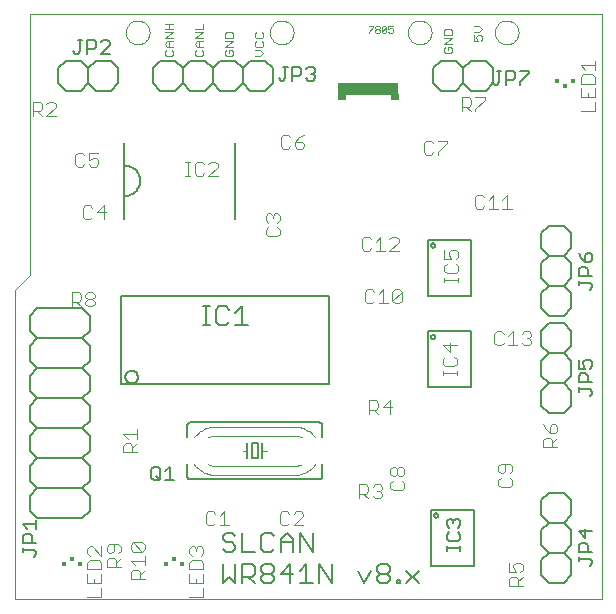
<source format=gto>
G75*
%MOIN*%
%OFA0B0*%
%FSLAX24Y24*%
%IPPOS*%
%LPD*%
%AMOC8*
5,1,8,0,0,1.08239X$1,22.5*
%
%ADD10C,0.0000*%
%ADD11C,0.0060*%
%ADD12C,0.0030*%
%ADD13C,0.0070*%
%ADD14C,0.0020*%
%ADD15C,0.0050*%
%ADD16C,0.0040*%
%ADD17C,0.0080*%
%ADD18C,0.0010*%
%ADD19R,0.2047X0.0394*%
%ADD20R,0.0276X0.0197*%
%ADD21R,0.0128X0.0167*%
%ADD22R,0.0138X0.0138*%
D10*
X000380Y000380D02*
X000380Y010680D01*
X000880Y011180D01*
X000880Y019876D01*
X019950Y019876D01*
X019950Y000380D01*
X000380Y000380D01*
X004086Y019280D02*
X004088Y019319D01*
X004094Y019358D01*
X004104Y019396D01*
X004117Y019433D01*
X004134Y019468D01*
X004154Y019502D01*
X004178Y019533D01*
X004205Y019562D01*
X004234Y019588D01*
X004266Y019611D01*
X004300Y019631D01*
X004336Y019647D01*
X004373Y019659D01*
X004412Y019668D01*
X004451Y019673D01*
X004490Y019674D01*
X004529Y019671D01*
X004568Y019664D01*
X004605Y019653D01*
X004642Y019639D01*
X004677Y019621D01*
X004710Y019600D01*
X004741Y019575D01*
X004769Y019548D01*
X004794Y019518D01*
X004816Y019485D01*
X004835Y019451D01*
X004850Y019415D01*
X004862Y019377D01*
X004870Y019339D01*
X004874Y019300D01*
X004874Y019260D01*
X004870Y019221D01*
X004862Y019183D01*
X004850Y019145D01*
X004835Y019109D01*
X004816Y019075D01*
X004794Y019042D01*
X004769Y019012D01*
X004741Y018985D01*
X004710Y018960D01*
X004677Y018939D01*
X004642Y018921D01*
X004605Y018907D01*
X004568Y018896D01*
X004529Y018889D01*
X004490Y018886D01*
X004451Y018887D01*
X004412Y018892D01*
X004373Y018901D01*
X004336Y018913D01*
X004300Y018929D01*
X004266Y018949D01*
X004234Y018972D01*
X004205Y018998D01*
X004178Y019027D01*
X004154Y019058D01*
X004134Y019092D01*
X004117Y019127D01*
X004104Y019164D01*
X004094Y019202D01*
X004088Y019241D01*
X004086Y019280D01*
X008886Y019280D02*
X008888Y019319D01*
X008894Y019358D01*
X008904Y019396D01*
X008917Y019433D01*
X008934Y019468D01*
X008954Y019502D01*
X008978Y019533D01*
X009005Y019562D01*
X009034Y019588D01*
X009066Y019611D01*
X009100Y019631D01*
X009136Y019647D01*
X009173Y019659D01*
X009212Y019668D01*
X009251Y019673D01*
X009290Y019674D01*
X009329Y019671D01*
X009368Y019664D01*
X009405Y019653D01*
X009442Y019639D01*
X009477Y019621D01*
X009510Y019600D01*
X009541Y019575D01*
X009569Y019548D01*
X009594Y019518D01*
X009616Y019485D01*
X009635Y019451D01*
X009650Y019415D01*
X009662Y019377D01*
X009670Y019339D01*
X009674Y019300D01*
X009674Y019260D01*
X009670Y019221D01*
X009662Y019183D01*
X009650Y019145D01*
X009635Y019109D01*
X009616Y019075D01*
X009594Y019042D01*
X009569Y019012D01*
X009541Y018985D01*
X009510Y018960D01*
X009477Y018939D01*
X009442Y018921D01*
X009405Y018907D01*
X009368Y018896D01*
X009329Y018889D01*
X009290Y018886D01*
X009251Y018887D01*
X009212Y018892D01*
X009173Y018901D01*
X009136Y018913D01*
X009100Y018929D01*
X009066Y018949D01*
X009034Y018972D01*
X009005Y018998D01*
X008978Y019027D01*
X008954Y019058D01*
X008934Y019092D01*
X008917Y019127D01*
X008904Y019164D01*
X008894Y019202D01*
X008888Y019241D01*
X008886Y019280D01*
X013486Y019280D02*
X013488Y019319D01*
X013494Y019358D01*
X013504Y019396D01*
X013517Y019433D01*
X013534Y019468D01*
X013554Y019502D01*
X013578Y019533D01*
X013605Y019562D01*
X013634Y019588D01*
X013666Y019611D01*
X013700Y019631D01*
X013736Y019647D01*
X013773Y019659D01*
X013812Y019668D01*
X013851Y019673D01*
X013890Y019674D01*
X013929Y019671D01*
X013968Y019664D01*
X014005Y019653D01*
X014042Y019639D01*
X014077Y019621D01*
X014110Y019600D01*
X014141Y019575D01*
X014169Y019548D01*
X014194Y019518D01*
X014216Y019485D01*
X014235Y019451D01*
X014250Y019415D01*
X014262Y019377D01*
X014270Y019339D01*
X014274Y019300D01*
X014274Y019260D01*
X014270Y019221D01*
X014262Y019183D01*
X014250Y019145D01*
X014235Y019109D01*
X014216Y019075D01*
X014194Y019042D01*
X014169Y019012D01*
X014141Y018985D01*
X014110Y018960D01*
X014077Y018939D01*
X014042Y018921D01*
X014005Y018907D01*
X013968Y018896D01*
X013929Y018889D01*
X013890Y018886D01*
X013851Y018887D01*
X013812Y018892D01*
X013773Y018901D01*
X013736Y018913D01*
X013700Y018929D01*
X013666Y018949D01*
X013634Y018972D01*
X013605Y018998D01*
X013578Y019027D01*
X013554Y019058D01*
X013534Y019092D01*
X013517Y019127D01*
X013504Y019164D01*
X013494Y019202D01*
X013488Y019241D01*
X013486Y019280D01*
X016386Y019280D02*
X016388Y019319D01*
X016394Y019358D01*
X016404Y019396D01*
X016417Y019433D01*
X016434Y019468D01*
X016454Y019502D01*
X016478Y019533D01*
X016505Y019562D01*
X016534Y019588D01*
X016566Y019611D01*
X016600Y019631D01*
X016636Y019647D01*
X016673Y019659D01*
X016712Y019668D01*
X016751Y019673D01*
X016790Y019674D01*
X016829Y019671D01*
X016868Y019664D01*
X016905Y019653D01*
X016942Y019639D01*
X016977Y019621D01*
X017010Y019600D01*
X017041Y019575D01*
X017069Y019548D01*
X017094Y019518D01*
X017116Y019485D01*
X017135Y019451D01*
X017150Y019415D01*
X017162Y019377D01*
X017170Y019339D01*
X017174Y019300D01*
X017174Y019260D01*
X017170Y019221D01*
X017162Y019183D01*
X017150Y019145D01*
X017135Y019109D01*
X017116Y019075D01*
X017094Y019042D01*
X017069Y019012D01*
X017041Y018985D01*
X017010Y018960D01*
X016977Y018939D01*
X016942Y018921D01*
X016905Y018907D01*
X016868Y018896D01*
X016829Y018889D01*
X016790Y018886D01*
X016751Y018887D01*
X016712Y018892D01*
X016673Y018901D01*
X016636Y018913D01*
X016600Y018929D01*
X016566Y018949D01*
X016534Y018972D01*
X016505Y018998D01*
X016478Y019027D01*
X016454Y019058D01*
X016434Y019092D01*
X016417Y019127D01*
X016404Y019164D01*
X016394Y019202D01*
X016388Y019241D01*
X016386Y019280D01*
D11*
X016080Y018330D02*
X015580Y018330D01*
X015330Y018080D01*
X015080Y018330D01*
X014580Y018330D01*
X014330Y018080D01*
X014330Y017580D01*
X014580Y017330D01*
X015080Y017330D01*
X015330Y017580D01*
X015330Y018080D01*
X015330Y017580D02*
X015580Y017330D01*
X016080Y017330D01*
X016330Y017580D01*
X016330Y018080D01*
X016080Y018330D01*
X018180Y012830D02*
X017930Y012580D01*
X017930Y012080D01*
X018180Y011830D01*
X017930Y011580D01*
X017930Y011080D01*
X018180Y010830D01*
X017930Y010580D01*
X017930Y010080D01*
X018180Y009830D01*
X018680Y009830D01*
X018930Y010080D01*
X018930Y010580D01*
X018680Y010830D01*
X018180Y010830D01*
X018680Y010830D02*
X018930Y011080D01*
X018930Y011580D01*
X018680Y011830D01*
X018180Y011830D01*
X018680Y011830D02*
X018930Y012080D01*
X018930Y012580D01*
X018680Y012830D01*
X018180Y012830D01*
X015590Y012360D02*
X015590Y010500D01*
X014170Y010500D01*
X014170Y012360D01*
X015590Y012360D01*
X018180Y009580D02*
X017930Y009330D01*
X017930Y008830D01*
X018180Y008580D01*
X017930Y008330D01*
X017930Y007830D01*
X018180Y007580D01*
X017930Y007330D01*
X017930Y006830D01*
X018180Y006580D01*
X018680Y006580D01*
X018930Y006830D01*
X018930Y007330D01*
X018680Y007580D01*
X018180Y007580D01*
X018680Y007580D02*
X018930Y007830D01*
X018930Y008330D01*
X018680Y008580D01*
X018180Y008580D01*
X018680Y008580D02*
X018930Y008830D01*
X018930Y009330D01*
X018680Y009580D01*
X018180Y009580D01*
X015590Y009310D02*
X015590Y007450D01*
X014170Y007450D01*
X014170Y009310D01*
X015590Y009310D01*
X010860Y010492D02*
X010860Y007568D01*
X003910Y007568D01*
X003910Y010492D01*
X010860Y010492D01*
X010530Y006280D02*
X006230Y006280D01*
X006213Y006278D01*
X006196Y006274D01*
X006180Y006267D01*
X006166Y006257D01*
X006153Y006244D01*
X006143Y006230D01*
X006136Y006214D01*
X006132Y006197D01*
X006130Y006180D01*
X006130Y005780D01*
X006130Y004880D02*
X006130Y004480D01*
X006132Y004463D01*
X006136Y004446D01*
X006143Y004430D01*
X006153Y004416D01*
X006166Y004403D01*
X006180Y004393D01*
X006196Y004386D01*
X006213Y004382D01*
X006230Y004380D01*
X010530Y004380D01*
X010547Y004382D01*
X010564Y004386D01*
X010580Y004393D01*
X010594Y004403D01*
X010607Y004416D01*
X010617Y004430D01*
X010624Y004446D01*
X010628Y004463D01*
X010630Y004480D01*
X010630Y004880D01*
X010630Y005780D02*
X010630Y006180D01*
X010628Y006197D01*
X010624Y006214D01*
X010617Y006230D01*
X010607Y006244D01*
X010594Y006257D01*
X010580Y006267D01*
X010564Y006274D01*
X010547Y006278D01*
X010530Y006280D01*
X008630Y005580D02*
X008630Y005330D01*
X008630Y005080D01*
X008480Y005080D02*
X008280Y005080D01*
X008280Y005580D01*
X008480Y005580D01*
X008480Y005080D01*
X008130Y005080D02*
X008130Y005330D01*
X008130Y005580D01*
X007955Y002601D02*
X007955Y001960D01*
X008382Y001960D01*
X008599Y002067D02*
X008706Y001960D01*
X008919Y001960D01*
X009026Y002067D01*
X009244Y001960D02*
X009244Y002387D01*
X009457Y002601D01*
X009671Y002387D01*
X009671Y001960D01*
X009888Y001960D02*
X009888Y002601D01*
X010315Y001960D01*
X010315Y002601D01*
X009671Y002280D02*
X009244Y002280D01*
X009026Y002494D02*
X008919Y002601D01*
X008706Y002601D01*
X008599Y002494D01*
X008599Y002067D01*
X008706Y001551D02*
X008919Y001551D01*
X009026Y001444D01*
X009026Y001337D01*
X008919Y001230D01*
X008706Y001230D01*
X008599Y001337D01*
X008599Y001444D01*
X008706Y001551D01*
X008706Y001230D02*
X008599Y001124D01*
X008599Y001017D01*
X008706Y000910D01*
X008919Y000910D01*
X009026Y001017D01*
X009026Y001124D01*
X008919Y001230D01*
X009244Y001230D02*
X009671Y001230D01*
X009888Y001337D02*
X010102Y001551D01*
X010102Y000910D01*
X010315Y000910D02*
X009888Y000910D01*
X009564Y000910D02*
X009564Y001551D01*
X009244Y001230D01*
X008382Y001230D02*
X008275Y001124D01*
X007955Y001124D01*
X008168Y001124D02*
X008382Y000910D01*
X008382Y001230D02*
X008382Y001444D01*
X008275Y001551D01*
X007955Y001551D01*
X007955Y000910D01*
X007737Y000910D02*
X007737Y001551D01*
X007630Y001960D02*
X007417Y001960D01*
X007310Y002067D01*
X007417Y002280D02*
X007630Y002280D01*
X007737Y002174D01*
X007737Y002067D01*
X007630Y001960D01*
X007417Y002280D02*
X007310Y002387D01*
X007310Y002494D01*
X007417Y002601D01*
X007630Y002601D01*
X007737Y002494D01*
X007310Y001551D02*
X007310Y000910D01*
X007524Y001124D01*
X007737Y000910D01*
X010533Y000910D02*
X010533Y001551D01*
X010960Y000910D01*
X010960Y001551D01*
X011822Y001337D02*
X012035Y000910D01*
X012249Y001337D01*
X012466Y001337D02*
X012466Y001444D01*
X012573Y001551D01*
X012787Y001551D01*
X012893Y001444D01*
X012893Y001337D01*
X012787Y001230D01*
X012573Y001230D01*
X012466Y001337D01*
X012573Y001230D02*
X012466Y001124D01*
X012466Y001017D01*
X012573Y000910D01*
X012787Y000910D01*
X012893Y001017D01*
X012893Y001124D01*
X012787Y001230D01*
X013111Y001017D02*
X013218Y001017D01*
X013218Y000910D01*
X013111Y000910D01*
X013111Y001017D01*
X013433Y000910D02*
X013860Y001337D01*
X013433Y001337D02*
X013860Y000910D01*
X014270Y001500D02*
X015690Y001500D01*
X015690Y003360D01*
X014270Y003360D01*
X014270Y001500D01*
X017930Y001680D02*
X017930Y001180D01*
X018180Y000930D01*
X018680Y000930D01*
X018930Y001180D01*
X018930Y001680D01*
X018680Y001930D01*
X018180Y001930D01*
X017930Y001680D01*
X018180Y001930D02*
X017930Y002180D01*
X017930Y002680D01*
X018180Y002930D01*
X017930Y003180D01*
X017930Y003680D01*
X018180Y003930D01*
X018680Y003930D01*
X018930Y003680D01*
X018930Y003180D01*
X018680Y002930D01*
X018930Y002680D01*
X018930Y002180D01*
X018680Y001930D01*
X018680Y002930D02*
X018180Y002930D01*
X004070Y007790D02*
X004072Y007819D01*
X004078Y007847D01*
X004087Y007874D01*
X004101Y007899D01*
X004117Y007923D01*
X004137Y007943D01*
X004159Y007962D01*
X004183Y007976D01*
X004210Y007988D01*
X004237Y007996D01*
X004266Y008000D01*
X004294Y008000D01*
X004323Y007996D01*
X004350Y007988D01*
X004377Y007976D01*
X004401Y007962D01*
X004423Y007943D01*
X004443Y007923D01*
X004459Y007899D01*
X004473Y007874D01*
X004482Y007847D01*
X004488Y007819D01*
X004490Y007790D01*
X004488Y007761D01*
X004482Y007733D01*
X004473Y007706D01*
X004459Y007681D01*
X004443Y007657D01*
X004423Y007637D01*
X004401Y007618D01*
X004377Y007604D01*
X004350Y007592D01*
X004323Y007584D01*
X004294Y007580D01*
X004266Y007580D01*
X004237Y007584D01*
X004210Y007592D01*
X004183Y007604D01*
X004159Y007618D01*
X004137Y007637D01*
X004117Y007657D01*
X004101Y007681D01*
X004087Y007706D01*
X004078Y007733D01*
X004072Y007761D01*
X004070Y007790D01*
X002880Y007830D02*
X002880Y007330D01*
X002630Y007080D01*
X001130Y007080D01*
X000880Y007330D01*
X000880Y007830D01*
X001130Y008080D01*
X002630Y008080D01*
X002880Y008330D01*
X002880Y008830D01*
X002630Y009080D01*
X002880Y009330D01*
X002880Y009830D01*
X002630Y010080D01*
X001130Y010080D01*
X000880Y009830D01*
X000880Y009330D01*
X001130Y009080D01*
X002630Y009080D01*
X002630Y008080D02*
X002880Y007830D01*
X002630Y007080D02*
X002880Y006830D01*
X002880Y006330D01*
X002630Y006080D01*
X001130Y006080D01*
X000880Y006330D01*
X000880Y006830D01*
X001130Y007080D01*
X001130Y006080D02*
X000880Y005830D01*
X000880Y005330D01*
X001130Y005080D01*
X002630Y005080D01*
X002880Y005330D01*
X002880Y005830D01*
X002630Y006080D01*
X002630Y005080D02*
X002880Y004830D01*
X002880Y004330D01*
X002630Y004080D01*
X001130Y004080D01*
X000880Y004330D01*
X000880Y004830D01*
X001130Y005080D01*
X001130Y004080D02*
X000880Y003830D01*
X000880Y003330D01*
X001130Y003080D01*
X002630Y003080D01*
X002880Y003330D01*
X002880Y003830D01*
X002630Y004080D01*
X001130Y008080D02*
X000880Y008330D01*
X000880Y008830D01*
X001130Y009080D01*
X002080Y017330D02*
X002580Y017330D01*
X002830Y017580D01*
X003080Y017330D01*
X003580Y017330D01*
X003830Y017580D01*
X003830Y018080D01*
X003580Y018330D01*
X003080Y018330D01*
X002830Y018080D01*
X002830Y017580D01*
X002830Y018080D02*
X002580Y018330D01*
X002080Y018330D01*
X001830Y018080D01*
X001830Y017580D01*
X002080Y017330D01*
X004980Y017580D02*
X005230Y017330D01*
X005730Y017330D01*
X005980Y017580D01*
X006230Y017330D01*
X006730Y017330D01*
X006980Y017580D01*
X006980Y018080D01*
X006730Y018330D01*
X006230Y018330D01*
X005980Y018080D01*
X005980Y017580D01*
X005980Y018080D02*
X005730Y018330D01*
X005230Y018330D01*
X004980Y018080D01*
X004980Y017580D01*
X006980Y017580D02*
X007230Y017330D01*
X007730Y017330D01*
X007980Y017580D01*
X008230Y017330D01*
X008730Y017330D01*
X008980Y017580D01*
X008980Y018080D01*
X008730Y018330D01*
X008230Y018330D01*
X007980Y018080D01*
X007980Y017580D01*
X007980Y018080D02*
X007730Y018330D01*
X007230Y018330D01*
X006980Y018080D01*
D12*
X006617Y018495D02*
X006665Y018543D01*
X006665Y018640D01*
X006617Y018688D01*
X006665Y018790D02*
X006472Y018790D01*
X006375Y018886D01*
X006472Y018983D01*
X006665Y018983D01*
X006665Y019084D02*
X006375Y019084D01*
X006665Y019278D01*
X006375Y019278D01*
X006375Y019379D02*
X006665Y019379D01*
X006665Y019572D01*
X006520Y018983D02*
X006520Y018790D01*
X006423Y018688D02*
X006375Y018640D01*
X006375Y018543D01*
X006423Y018495D01*
X006617Y018495D01*
X007375Y018543D02*
X007423Y018495D01*
X007617Y018495D01*
X007665Y018543D01*
X007665Y018640D01*
X007617Y018688D01*
X007520Y018688D01*
X007520Y018592D01*
X007423Y018688D02*
X007375Y018640D01*
X007375Y018543D01*
X007375Y018790D02*
X007665Y018983D01*
X007375Y018983D01*
X007375Y019084D02*
X007375Y019229D01*
X007423Y019278D01*
X007617Y019278D01*
X007665Y019229D01*
X007665Y019084D01*
X007375Y019084D01*
X007375Y018790D02*
X007665Y018790D01*
X008375Y018838D02*
X008423Y018790D01*
X008617Y018790D01*
X008665Y018838D01*
X008665Y018935D01*
X008617Y018983D01*
X008617Y019084D02*
X008665Y019133D01*
X008665Y019229D01*
X008617Y019278D01*
X008617Y019084D02*
X008423Y019084D01*
X008375Y019133D01*
X008375Y019229D01*
X008423Y019278D01*
X008423Y018983D02*
X008375Y018935D01*
X008375Y018838D01*
X008375Y018688D02*
X008568Y018688D01*
X008665Y018592D01*
X008568Y018495D01*
X008375Y018495D01*
X005665Y018543D02*
X005665Y018640D01*
X005617Y018688D01*
X005665Y018790D02*
X005472Y018790D01*
X005375Y018886D01*
X005472Y018983D01*
X005665Y018983D01*
X005665Y019084D02*
X005375Y019084D01*
X005665Y019278D01*
X005375Y019278D01*
X005375Y019379D02*
X005665Y019379D01*
X005520Y019379D02*
X005520Y019572D01*
X005375Y019572D02*
X005665Y019572D01*
X005520Y018983D02*
X005520Y018790D01*
X005423Y018688D02*
X005375Y018640D01*
X005375Y018543D01*
X005423Y018495D01*
X005617Y018495D01*
X005665Y018543D01*
X014675Y018643D02*
X014723Y018595D01*
X014917Y018595D01*
X014965Y018643D01*
X014965Y018740D01*
X014917Y018788D01*
X014820Y018788D01*
X014820Y018692D01*
X014723Y018788D02*
X014675Y018740D01*
X014675Y018643D01*
X014675Y018890D02*
X014965Y019083D01*
X014675Y019083D01*
X014675Y019184D02*
X014675Y019329D01*
X014723Y019378D01*
X014917Y019378D01*
X014965Y019329D01*
X014965Y019184D01*
X014675Y019184D01*
X014675Y018890D02*
X014965Y018890D01*
X015675Y018995D02*
X015820Y018995D01*
X015772Y019092D01*
X015772Y019140D01*
X015820Y019188D01*
X015917Y019188D01*
X015965Y019140D01*
X015965Y019043D01*
X015917Y018995D01*
X015675Y018995D02*
X015675Y019188D01*
X015675Y019290D02*
X015868Y019290D01*
X015965Y019386D01*
X015868Y019483D01*
X015675Y019483D01*
D13*
X007949Y010146D02*
X007949Y009515D01*
X007739Y009515D02*
X008160Y009515D01*
X007739Y009935D02*
X007949Y010146D01*
X007515Y010040D02*
X007410Y010146D01*
X007200Y010146D01*
X007095Y010040D01*
X007095Y009620D01*
X007200Y009515D01*
X007410Y009515D01*
X007515Y009620D01*
X006875Y009515D02*
X006665Y009515D01*
X006770Y009515D02*
X006770Y010146D01*
X006665Y010146D02*
X006875Y010146D01*
D14*
X007030Y006130D02*
X009730Y006130D01*
X009730Y005830D02*
X007030Y005830D01*
X006992Y005829D01*
X006955Y005824D01*
X006918Y005817D01*
X006882Y005808D01*
X006846Y005795D01*
X006812Y005780D01*
X006369Y004880D02*
X006401Y004835D01*
X006437Y004793D01*
X006476Y004753D01*
X006518Y004716D01*
X006561Y004682D01*
X006608Y004651D01*
X006656Y004623D01*
X006706Y004599D01*
X006757Y004578D01*
X006810Y004561D01*
X006864Y004547D01*
X006919Y004538D01*
X006974Y004532D01*
X007030Y004530D01*
X009730Y004530D01*
X009730Y004830D02*
X007030Y004830D01*
X006369Y005780D02*
X006401Y005825D01*
X006437Y005867D01*
X006476Y005907D01*
X006517Y005944D01*
X006561Y005978D01*
X006608Y006009D01*
X006656Y006037D01*
X006706Y006061D01*
X006757Y006082D01*
X006810Y006099D01*
X006864Y006113D01*
X006919Y006122D01*
X006974Y006128D01*
X007030Y006130D01*
X006812Y004880D02*
X006846Y004865D01*
X006882Y004852D01*
X006918Y004843D01*
X006955Y004836D01*
X006992Y004831D01*
X007030Y004830D01*
X007980Y005330D02*
X008130Y005330D01*
X008630Y005330D02*
X008780Y005330D01*
X009730Y004530D02*
X009786Y004532D01*
X009841Y004538D01*
X009896Y004547D01*
X009950Y004561D01*
X010003Y004578D01*
X010054Y004599D01*
X010104Y004623D01*
X010152Y004651D01*
X010199Y004682D01*
X010243Y004716D01*
X010284Y004753D01*
X010323Y004793D01*
X010359Y004835D01*
X010391Y004880D01*
X010391Y005780D02*
X010359Y005825D01*
X010323Y005867D01*
X010284Y005907D01*
X010242Y005944D01*
X010199Y005978D01*
X010152Y006009D01*
X010104Y006037D01*
X010054Y006061D01*
X010003Y006082D01*
X009950Y006099D01*
X009896Y006113D01*
X009841Y006122D01*
X009786Y006128D01*
X009730Y006130D01*
X009730Y005830D02*
X009768Y005829D01*
X009805Y005824D01*
X009842Y005817D01*
X009878Y005808D01*
X009914Y005795D01*
X009948Y005780D01*
X009948Y004880D02*
X009914Y004865D01*
X009878Y004852D01*
X009842Y004843D01*
X009805Y004836D01*
X009768Y004831D01*
X009730Y004830D01*
D15*
X005695Y004355D02*
X005395Y004355D01*
X005545Y004355D02*
X005545Y004805D01*
X005395Y004655D01*
X005234Y004730D02*
X005234Y004430D01*
X005159Y004355D01*
X005009Y004355D01*
X004934Y004430D01*
X004934Y004730D01*
X005009Y004805D01*
X005159Y004805D01*
X005234Y004730D01*
X005084Y004505D02*
X005234Y004355D01*
X001105Y003026D02*
X001105Y002726D01*
X001105Y002876D02*
X000655Y002876D01*
X000805Y002726D01*
X000730Y002566D02*
X000880Y002566D01*
X000955Y002491D01*
X000955Y002265D01*
X001105Y002265D02*
X000655Y002265D01*
X000655Y002491D01*
X000730Y002566D01*
X000655Y002105D02*
X000655Y001955D01*
X000655Y002030D02*
X001030Y002030D01*
X001105Y001955D01*
X001105Y001880D01*
X001030Y001805D01*
X014259Y009130D02*
X014261Y009146D01*
X014267Y009162D01*
X014276Y009176D01*
X014288Y009187D01*
X014302Y009195D01*
X014318Y009200D01*
X014334Y009201D01*
X014350Y009198D01*
X014365Y009191D01*
X014379Y009182D01*
X014389Y009169D01*
X014397Y009154D01*
X014401Y009138D01*
X014401Y009122D01*
X014397Y009106D01*
X014389Y009091D01*
X014379Y009078D01*
X014366Y009069D01*
X014350Y009062D01*
X014334Y009059D01*
X014318Y009060D01*
X014302Y009065D01*
X014288Y009073D01*
X014276Y009084D01*
X014267Y009098D01*
X014261Y009114D01*
X014259Y009130D01*
X014259Y012180D02*
X014261Y012196D01*
X014267Y012212D01*
X014276Y012226D01*
X014288Y012237D01*
X014302Y012245D01*
X014318Y012250D01*
X014334Y012251D01*
X014350Y012248D01*
X014365Y012241D01*
X014379Y012232D01*
X014389Y012219D01*
X014397Y012204D01*
X014401Y012188D01*
X014401Y012172D01*
X014397Y012156D01*
X014389Y012141D01*
X014379Y012128D01*
X014366Y012119D01*
X014350Y012112D01*
X014334Y012109D01*
X014318Y012110D01*
X014302Y012115D01*
X014288Y012123D01*
X014276Y012134D01*
X014267Y012148D01*
X014261Y012164D01*
X014259Y012180D01*
X019175Y011925D02*
X019250Y011775D01*
X019400Y011625D01*
X019400Y011850D01*
X019475Y011925D01*
X019550Y011925D01*
X019625Y011850D01*
X019625Y011700D01*
X019550Y011625D01*
X019400Y011625D01*
X019400Y011464D02*
X019475Y011389D01*
X019475Y011164D01*
X019625Y011164D02*
X019175Y011164D01*
X019175Y011389D01*
X019250Y011464D01*
X019400Y011464D01*
X019175Y011004D02*
X019175Y010854D01*
X019175Y010929D02*
X019550Y010929D01*
X019625Y010854D01*
X019625Y010779D01*
X019550Y010704D01*
X019550Y008375D02*
X019400Y008375D01*
X019325Y008300D01*
X019325Y008225D01*
X019400Y008075D01*
X019175Y008075D01*
X019175Y008375D01*
X019550Y008375D02*
X019625Y008300D01*
X019625Y008150D01*
X019550Y008075D01*
X019400Y007914D02*
X019475Y007839D01*
X019475Y007614D01*
X019625Y007614D02*
X019175Y007614D01*
X019175Y007839D01*
X019250Y007914D01*
X019400Y007914D01*
X019175Y007454D02*
X019175Y007304D01*
X019175Y007379D02*
X019550Y007379D01*
X019625Y007304D01*
X019625Y007229D01*
X019550Y007154D01*
X015230Y002998D02*
X015230Y002847D01*
X015155Y002772D01*
X015155Y002612D02*
X015230Y002537D01*
X015230Y002387D01*
X015155Y002312D01*
X014855Y002312D01*
X014780Y002387D01*
X014780Y002537D01*
X014855Y002612D01*
X014855Y002772D02*
X014780Y002847D01*
X014780Y002998D01*
X014855Y003073D01*
X014930Y003073D01*
X015005Y002998D01*
X015080Y003073D01*
X015155Y003073D01*
X015230Y002998D01*
X015005Y002998D02*
X015005Y002922D01*
X014359Y003180D02*
X014361Y003196D01*
X014367Y003212D01*
X014376Y003226D01*
X014388Y003237D01*
X014402Y003245D01*
X014418Y003250D01*
X014434Y003251D01*
X014450Y003248D01*
X014465Y003241D01*
X014479Y003232D01*
X014489Y003219D01*
X014497Y003204D01*
X014501Y003188D01*
X014501Y003172D01*
X014497Y003156D01*
X014489Y003141D01*
X014479Y003128D01*
X014466Y003119D01*
X014450Y003112D01*
X014434Y003109D01*
X014418Y003110D01*
X014402Y003115D01*
X014388Y003123D01*
X014376Y003134D01*
X014367Y003148D01*
X014361Y003164D01*
X014359Y003180D01*
X014780Y002155D02*
X014780Y002005D01*
X014780Y002080D02*
X015230Y002080D01*
X015230Y002005D02*
X015230Y002155D01*
X019175Y002189D02*
X019175Y001964D01*
X019625Y001964D01*
X019475Y001964D02*
X019475Y002189D01*
X019400Y002264D01*
X019250Y002264D01*
X019175Y002189D01*
X019400Y002425D02*
X019400Y002725D01*
X019625Y002650D02*
X019175Y002650D01*
X019400Y002425D01*
X019175Y001804D02*
X019175Y001654D01*
X019175Y001729D02*
X019550Y001729D01*
X019625Y001654D01*
X019625Y001579D01*
X019550Y001504D01*
X017225Y017535D02*
X017225Y017610D01*
X017525Y017910D01*
X017525Y017985D01*
X017225Y017985D01*
X017064Y017910D02*
X017064Y017760D01*
X016989Y017685D01*
X016764Y017685D01*
X016764Y017535D02*
X016764Y017985D01*
X016989Y017985D01*
X017064Y017910D01*
X016604Y017985D02*
X016454Y017985D01*
X016529Y017985D02*
X016529Y017610D01*
X016454Y017535D01*
X016379Y017535D01*
X016304Y017610D01*
X010396Y017750D02*
X010321Y017675D01*
X010171Y017675D01*
X010096Y017750D01*
X010246Y017900D02*
X010321Y017900D01*
X010396Y017825D01*
X010396Y017750D01*
X010321Y017900D02*
X010396Y017975D01*
X010396Y018050D01*
X010321Y018125D01*
X010171Y018125D01*
X010096Y018050D01*
X009936Y018050D02*
X009936Y017900D01*
X009861Y017825D01*
X009635Y017825D01*
X009635Y017675D02*
X009635Y018125D01*
X009861Y018125D01*
X009936Y018050D01*
X009475Y018125D02*
X009325Y018125D01*
X009400Y018125D02*
X009400Y017750D01*
X009325Y017675D01*
X009250Y017675D01*
X009175Y017750D01*
X003546Y018575D02*
X003246Y018575D01*
X003546Y018875D01*
X003546Y018950D01*
X003471Y019025D01*
X003321Y019025D01*
X003246Y018950D01*
X003086Y018950D02*
X003086Y018800D01*
X003011Y018725D01*
X002785Y018725D01*
X002785Y018575D02*
X002785Y019025D01*
X003011Y019025D01*
X003086Y018950D01*
X002625Y019025D02*
X002475Y019025D01*
X002550Y019025D02*
X002550Y018650D01*
X002475Y018575D01*
X002400Y018575D01*
X002325Y018650D01*
D16*
X001670Y016960D02*
X001516Y016960D01*
X001440Y016884D01*
X001286Y016884D02*
X001286Y016730D01*
X001209Y016653D01*
X000979Y016653D01*
X000979Y016500D02*
X000979Y016960D01*
X001209Y016960D01*
X001286Y016884D01*
X001133Y016653D02*
X001286Y016500D01*
X001440Y016500D02*
X001747Y016807D01*
X001747Y016884D01*
X001670Y016960D01*
X001747Y016500D02*
X001440Y016500D01*
X002477Y015260D02*
X002400Y015184D01*
X002400Y014877D01*
X002477Y014800D01*
X002630Y014800D01*
X002707Y014877D01*
X002860Y014877D02*
X002937Y014800D01*
X003091Y014800D01*
X003167Y014877D01*
X003167Y015030D01*
X003091Y015107D01*
X003014Y015107D01*
X002860Y015030D01*
X002860Y015260D01*
X003167Y015260D01*
X002707Y015184D02*
X002630Y015260D01*
X002477Y015260D01*
X002727Y013510D02*
X002650Y013434D01*
X002650Y013127D01*
X002727Y013050D01*
X002880Y013050D01*
X002957Y013127D01*
X003110Y013280D02*
X003417Y013280D01*
X003341Y013050D02*
X003341Y013510D01*
X003110Y013280D01*
X002957Y013434D02*
X002880Y013510D01*
X002727Y013510D01*
X002816Y010610D02*
X002970Y010610D01*
X003047Y010534D01*
X003047Y010457D01*
X002970Y010380D01*
X002816Y010380D01*
X002740Y010457D01*
X002740Y010534D01*
X002816Y010610D01*
X002816Y010380D02*
X002740Y010303D01*
X002740Y010227D01*
X002816Y010150D01*
X002970Y010150D01*
X003047Y010227D01*
X003047Y010303D01*
X002970Y010380D01*
X002586Y010380D02*
X002509Y010303D01*
X002279Y010303D01*
X002279Y010150D02*
X002279Y010610D01*
X002509Y010610D01*
X002586Y010534D01*
X002586Y010380D01*
X002433Y010303D02*
X002586Y010150D01*
X004000Y005893D02*
X004460Y005893D01*
X004460Y005740D02*
X004460Y006047D01*
X004153Y005740D02*
X004000Y005893D01*
X004076Y005586D02*
X004000Y005509D01*
X004000Y005279D01*
X004460Y005279D01*
X004307Y005279D02*
X004307Y005509D01*
X004230Y005586D01*
X004076Y005586D01*
X004307Y005433D02*
X004460Y005586D01*
X006750Y003234D02*
X006750Y002927D01*
X006827Y002850D01*
X006980Y002850D01*
X007057Y002927D01*
X007210Y002850D02*
X007517Y002850D01*
X007364Y002850D02*
X007364Y003310D01*
X007210Y003157D01*
X007057Y003234D02*
X006980Y003310D01*
X006827Y003310D01*
X006750Y003234D01*
X006583Y002147D02*
X006660Y002070D01*
X006660Y001916D01*
X006583Y001840D01*
X006583Y001686D02*
X006276Y001686D01*
X006200Y001609D01*
X006200Y001379D01*
X006660Y001379D01*
X006660Y001609D01*
X006583Y001686D01*
X006430Y001993D02*
X006430Y002070D01*
X006507Y002147D01*
X006583Y002147D01*
X006430Y002070D02*
X006353Y002147D01*
X006276Y002147D01*
X006200Y002070D01*
X006200Y001916D01*
X006276Y001840D01*
X006200Y001226D02*
X006200Y000919D01*
X006660Y000919D01*
X006660Y001226D01*
X006430Y001072D02*
X006430Y000919D01*
X006660Y000765D02*
X006660Y000458D01*
X006200Y000458D01*
X004710Y001050D02*
X004250Y001050D01*
X004250Y001280D01*
X004326Y001357D01*
X004480Y001357D01*
X004557Y001280D01*
X004557Y001050D01*
X004557Y001203D02*
X004710Y001357D01*
X004710Y001510D02*
X004710Y001817D01*
X004710Y001664D02*
X004250Y001664D01*
X004403Y001510D01*
X004326Y001971D02*
X004250Y002048D01*
X004250Y002201D01*
X004326Y002278D01*
X004633Y001971D01*
X004710Y002048D01*
X004710Y002201D01*
X004633Y002278D01*
X004326Y002278D01*
X004326Y001971D02*
X004633Y001971D01*
X003910Y001987D02*
X003910Y002141D01*
X003833Y002217D01*
X003526Y002217D01*
X003450Y002141D01*
X003450Y001987D01*
X003526Y001910D01*
X003603Y001910D01*
X003680Y001987D01*
X003680Y002217D01*
X003910Y001987D02*
X003833Y001910D01*
X003910Y001757D02*
X003757Y001603D01*
X003757Y001680D02*
X003757Y001450D01*
X003910Y001450D02*
X003450Y001450D01*
X003450Y001680D01*
X003526Y001757D01*
X003680Y001757D01*
X003757Y001680D01*
X003260Y001609D02*
X003260Y001379D01*
X002800Y001379D01*
X002800Y001609D01*
X002876Y001686D01*
X003183Y001686D01*
X003260Y001609D01*
X003260Y001226D02*
X003260Y000919D01*
X002800Y000919D01*
X002800Y001226D01*
X003030Y001072D02*
X003030Y000919D01*
X003260Y000765D02*
X003260Y000458D01*
X002800Y000458D01*
X002876Y001840D02*
X002800Y001916D01*
X002800Y002070D01*
X002876Y002147D01*
X002953Y002147D01*
X003260Y001840D01*
X003260Y002147D01*
X009229Y002927D02*
X009306Y002850D01*
X009459Y002850D01*
X009536Y002927D01*
X009690Y002850D02*
X009997Y003157D01*
X009997Y003234D01*
X009920Y003310D01*
X009766Y003310D01*
X009690Y003234D01*
X009536Y003234D02*
X009459Y003310D01*
X009306Y003310D01*
X009229Y003234D01*
X009229Y002927D01*
X009690Y002850D02*
X009997Y002850D01*
X011850Y003750D02*
X011850Y004210D01*
X012080Y004210D01*
X012157Y004134D01*
X012157Y003980D01*
X012080Y003903D01*
X011850Y003903D01*
X012003Y003903D02*
X012157Y003750D01*
X012310Y003827D02*
X012387Y003750D01*
X012541Y003750D01*
X012617Y003827D01*
X012617Y003903D01*
X012541Y003980D01*
X012464Y003980D01*
X012541Y003980D02*
X012617Y004057D01*
X012617Y004134D01*
X012541Y004210D01*
X012387Y004210D01*
X012310Y004134D01*
X012900Y004106D02*
X012976Y004029D01*
X013283Y004029D01*
X013360Y004106D01*
X013360Y004259D01*
X013283Y004336D01*
X013283Y004490D02*
X013207Y004490D01*
X013130Y004566D01*
X013130Y004720D01*
X013207Y004797D01*
X013283Y004797D01*
X013360Y004720D01*
X013360Y004566D01*
X013283Y004490D01*
X013130Y004566D02*
X013053Y004490D01*
X012976Y004490D01*
X012900Y004566D01*
X012900Y004720D01*
X012976Y004797D01*
X013053Y004797D01*
X013130Y004720D01*
X012976Y004336D02*
X012900Y004259D01*
X012900Y004106D01*
X012891Y006550D02*
X012891Y007010D01*
X012660Y006780D01*
X012967Y006780D01*
X012507Y006780D02*
X012430Y006703D01*
X012200Y006703D01*
X012200Y006550D02*
X012200Y007010D01*
X012430Y007010D01*
X012507Y006934D01*
X012507Y006780D01*
X012353Y006703D02*
X012507Y006550D01*
X014650Y007850D02*
X014650Y008003D01*
X014650Y007927D02*
X015110Y007927D01*
X015110Y008003D02*
X015110Y007850D01*
X015033Y008157D02*
X014726Y008157D01*
X014650Y008234D01*
X014650Y008387D01*
X014726Y008464D01*
X014880Y008617D02*
X014880Y008924D01*
X015110Y008848D02*
X014650Y008848D01*
X014880Y008617D01*
X015033Y008464D02*
X015110Y008387D01*
X015110Y008234D01*
X015033Y008157D01*
X016369Y008927D02*
X016446Y008850D01*
X016599Y008850D01*
X016676Y008927D01*
X016829Y008850D02*
X017136Y008850D01*
X016983Y008850D02*
X016983Y009310D01*
X016829Y009157D01*
X016676Y009234D02*
X016599Y009310D01*
X016446Y009310D01*
X016369Y009234D01*
X016369Y008927D01*
X017290Y008927D02*
X017366Y008850D01*
X017520Y008850D01*
X017597Y008927D01*
X017597Y009003D01*
X017520Y009080D01*
X017443Y009080D01*
X017520Y009080D02*
X017597Y009157D01*
X017597Y009234D01*
X017520Y009310D01*
X017366Y009310D01*
X017290Y009234D01*
X015160Y010950D02*
X015160Y011103D01*
X015160Y011027D02*
X014700Y011027D01*
X014700Y011103D02*
X014700Y010950D01*
X014776Y011257D02*
X015083Y011257D01*
X015160Y011334D01*
X015160Y011487D01*
X015083Y011564D01*
X015083Y011717D02*
X015160Y011794D01*
X015160Y011948D01*
X015083Y012024D01*
X014930Y012024D01*
X014853Y011948D01*
X014853Y011871D01*
X014930Y011717D01*
X014700Y011717D01*
X014700Y012024D01*
X014776Y011564D02*
X014700Y011487D01*
X014700Y011334D01*
X014776Y011257D01*
X013278Y010634D02*
X013278Y010327D01*
X013201Y010250D01*
X013048Y010250D01*
X012971Y010327D01*
X013278Y010634D01*
X013201Y010710D01*
X013048Y010710D01*
X012971Y010634D01*
X012971Y010327D01*
X012817Y010250D02*
X012510Y010250D01*
X012664Y010250D02*
X012664Y010710D01*
X012510Y010557D01*
X012357Y010634D02*
X012280Y010710D01*
X012127Y010710D01*
X012050Y010634D01*
X012050Y010327D01*
X012127Y010250D01*
X012280Y010250D01*
X012357Y010327D01*
X012410Y012000D02*
X012717Y012000D01*
X012564Y012000D02*
X012564Y012460D01*
X012410Y012307D01*
X012257Y012384D02*
X012180Y012460D01*
X012027Y012460D01*
X011950Y012384D01*
X011950Y012077D01*
X012027Y012000D01*
X012180Y012000D01*
X012257Y012077D01*
X012871Y012000D02*
X013178Y012307D01*
X013178Y012384D01*
X013101Y012460D01*
X012948Y012460D01*
X012871Y012384D01*
X012871Y012000D02*
X013178Y012000D01*
X015719Y013477D02*
X015796Y013400D01*
X015949Y013400D01*
X016026Y013477D01*
X016179Y013400D02*
X016486Y013400D01*
X016333Y013400D02*
X016333Y013860D01*
X016179Y013707D01*
X016026Y013784D02*
X015949Y013860D01*
X015796Y013860D01*
X015719Y013784D01*
X015719Y013477D01*
X016640Y013400D02*
X016947Y013400D01*
X016793Y013400D02*
X016793Y013860D01*
X016640Y013707D01*
X014797Y015584D02*
X014490Y015277D01*
X014490Y015200D01*
X014336Y015277D02*
X014259Y015200D01*
X014106Y015200D01*
X014029Y015277D01*
X014029Y015584D01*
X014106Y015660D01*
X014259Y015660D01*
X014336Y015584D01*
X014490Y015660D02*
X014797Y015660D01*
X014797Y015584D01*
X015279Y016650D02*
X015279Y017110D01*
X015509Y017110D01*
X015586Y017034D01*
X015586Y016880D01*
X015509Y016803D01*
X015279Y016803D01*
X015433Y016803D02*
X015586Y016650D01*
X015740Y016650D02*
X015740Y016727D01*
X016047Y017034D01*
X016047Y017110D01*
X015740Y017110D01*
X019250Y017110D02*
X019710Y017110D01*
X019710Y017417D01*
X019710Y017571D02*
X019710Y017801D01*
X019633Y017878D01*
X019326Y017878D01*
X019250Y017801D01*
X019250Y017571D01*
X019710Y017571D01*
X019480Y017264D02*
X019480Y017110D01*
X019250Y017110D02*
X019250Y017417D01*
X019710Y016957D02*
X019710Y016650D01*
X019250Y016650D01*
X019403Y018031D02*
X019250Y018185D01*
X019710Y018185D01*
X019710Y018338D02*
X019710Y018031D01*
X010017Y015860D02*
X009864Y015784D01*
X009710Y015630D01*
X009941Y015630D01*
X010017Y015553D01*
X010017Y015477D01*
X009941Y015400D01*
X009787Y015400D01*
X009710Y015477D01*
X009710Y015630D01*
X009557Y015477D02*
X009480Y015400D01*
X009327Y015400D01*
X009250Y015477D01*
X009250Y015784D01*
X009327Y015860D01*
X009480Y015860D01*
X009557Y015784D01*
X007147Y014884D02*
X007070Y014960D01*
X006916Y014960D01*
X006840Y014884D01*
X006686Y014884D02*
X006609Y014960D01*
X006456Y014960D01*
X006379Y014884D01*
X006379Y014577D01*
X006456Y014500D01*
X006609Y014500D01*
X006686Y014577D01*
X006840Y014500D02*
X007147Y014807D01*
X007147Y014884D01*
X007147Y014500D02*
X006840Y014500D01*
X006226Y014500D02*
X006072Y014500D01*
X006149Y014500D02*
X006149Y014960D01*
X006072Y014960D02*
X006226Y014960D01*
X008750Y013170D02*
X008750Y013016D01*
X008826Y012940D01*
X008826Y012786D02*
X008750Y012709D01*
X008750Y012556D01*
X008826Y012479D01*
X009133Y012479D01*
X009210Y012556D01*
X009210Y012709D01*
X009133Y012786D01*
X009133Y012940D02*
X009210Y013016D01*
X009210Y013170D01*
X009133Y013247D01*
X009057Y013247D01*
X008980Y013170D01*
X008980Y013093D01*
X008980Y013170D02*
X008903Y013247D01*
X008826Y013247D01*
X008750Y013170D01*
X016576Y004897D02*
X016500Y004820D01*
X016500Y004666D01*
X016576Y004590D01*
X016653Y004590D01*
X016730Y004666D01*
X016730Y004897D01*
X016883Y004897D02*
X016960Y004820D01*
X016960Y004666D01*
X016883Y004590D01*
X016883Y004436D02*
X016960Y004359D01*
X016960Y004206D01*
X016883Y004129D01*
X016576Y004129D01*
X016500Y004206D01*
X016500Y004359D01*
X016576Y004436D01*
X016576Y004897D02*
X016883Y004897D01*
X018000Y005450D02*
X018000Y005680D01*
X018076Y005757D01*
X018230Y005757D01*
X018307Y005680D01*
X018307Y005450D01*
X018460Y005450D02*
X018000Y005450D01*
X018307Y005603D02*
X018460Y005757D01*
X018383Y005910D02*
X018460Y005987D01*
X018460Y006141D01*
X018383Y006217D01*
X018307Y006217D01*
X018230Y006141D01*
X018230Y005910D01*
X018383Y005910D01*
X018230Y005910D02*
X018076Y006064D01*
X018000Y006217D01*
X017233Y001597D02*
X017080Y001597D01*
X017003Y001520D01*
X017003Y001443D01*
X017080Y001290D01*
X016850Y001290D01*
X016850Y001597D01*
X017233Y001597D02*
X017310Y001520D01*
X017310Y001366D01*
X017233Y001290D01*
X017310Y001136D02*
X017157Y000983D01*
X017157Y001059D02*
X017157Y000829D01*
X017310Y000829D02*
X016850Y000829D01*
X016850Y001059D01*
X016926Y001136D01*
X017080Y001136D01*
X017157Y001059D01*
D17*
X007721Y013050D02*
X007721Y015600D01*
X004061Y014830D02*
X004105Y014828D01*
X004148Y014822D01*
X004190Y014813D01*
X004232Y014800D01*
X004272Y014783D01*
X004311Y014763D01*
X004348Y014740D01*
X004382Y014713D01*
X004415Y014684D01*
X004444Y014651D01*
X004471Y014617D01*
X004494Y014580D01*
X004514Y014541D01*
X004531Y014501D01*
X004544Y014459D01*
X004553Y014417D01*
X004559Y014374D01*
X004561Y014330D01*
X004559Y014286D01*
X004553Y014243D01*
X004544Y014201D01*
X004531Y014159D01*
X004514Y014119D01*
X004494Y014080D01*
X004471Y014043D01*
X004444Y014009D01*
X004415Y013976D01*
X004382Y013947D01*
X004348Y013920D01*
X004311Y013897D01*
X004272Y013877D01*
X004232Y013860D01*
X004190Y013847D01*
X004148Y013838D01*
X004105Y013832D01*
X004061Y013830D01*
X004039Y013050D02*
X004039Y015600D01*
D18*
X012174Y019264D02*
X012174Y019302D01*
X012328Y019456D01*
X012328Y019494D01*
X012174Y019494D01*
X012395Y019456D02*
X012395Y019418D01*
X012434Y019379D01*
X012510Y019379D01*
X012549Y019341D01*
X012549Y019302D01*
X012510Y019264D01*
X012434Y019264D01*
X012395Y019302D01*
X012395Y019341D01*
X012434Y019379D01*
X012510Y019379D02*
X012549Y019418D01*
X012549Y019456D01*
X012510Y019494D01*
X012434Y019494D01*
X012395Y019456D01*
X012616Y019456D02*
X012616Y019302D01*
X012770Y019456D01*
X012770Y019302D01*
X012731Y019264D01*
X012655Y019264D01*
X012616Y019302D01*
X012616Y019456D02*
X012655Y019494D01*
X012731Y019494D01*
X012770Y019456D01*
X012837Y019494D02*
X012837Y019379D01*
X012914Y019418D01*
X012952Y019418D01*
X012991Y019379D01*
X012991Y019302D01*
X012952Y019264D01*
X012876Y019264D01*
X012837Y019302D01*
X012837Y019494D02*
X012991Y019494D01*
D19*
X012169Y017409D03*
D20*
X013055Y017113D03*
X011284Y017113D03*
D21*
X018459Y017651D03*
X019001Y017651D03*
X005951Y001559D03*
X005409Y001559D03*
X002551Y001559D03*
X002009Y001559D03*
D22*
X002280Y001711D03*
X005680Y001711D03*
X018730Y017499D03*
M02*

</source>
